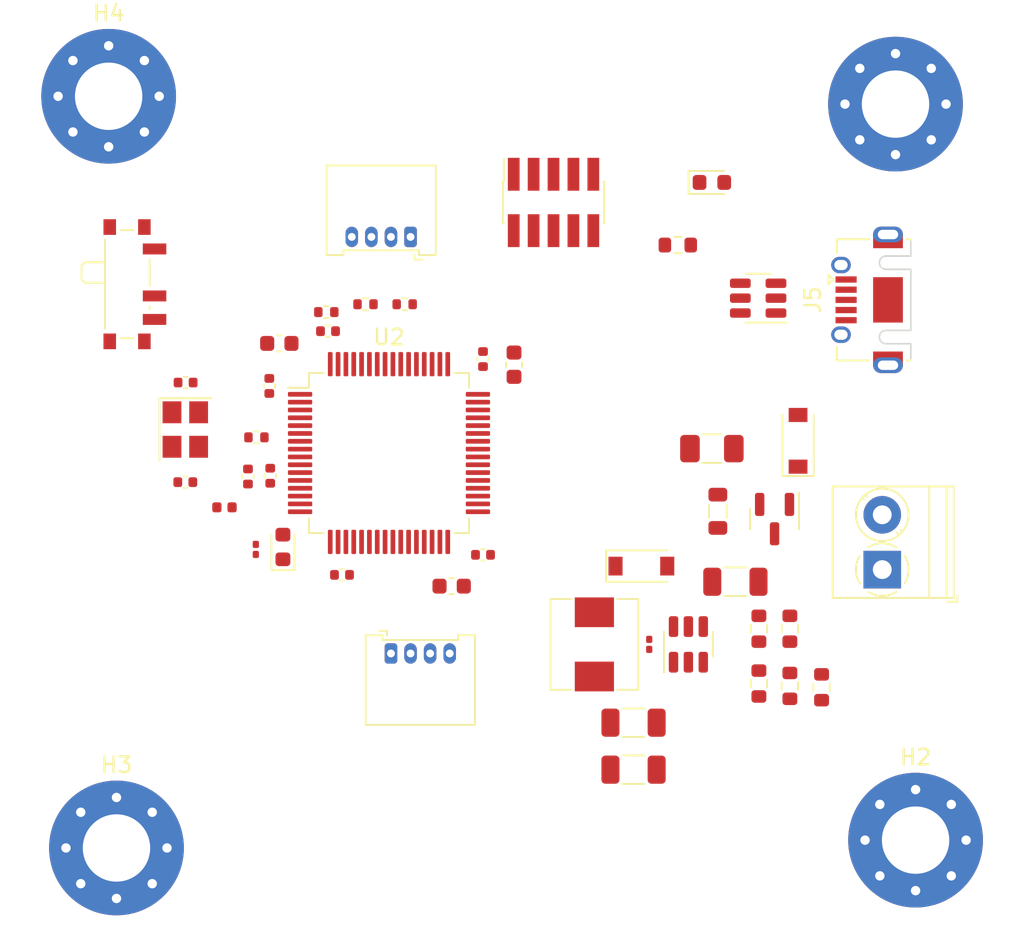
<source format=kicad_pcb>
(kicad_pcb (version 20211014) (generator pcbnew)
  (layers (0 "F.Cu" signal) (1 "In1.Cu" signal) (2 "In2.Cu" signal) (31 "B.Cu" signal) (34 "B.Paste" user) (35 "F.Paste" user) (36 "B.SilkS" user "B.Silkscreen") (37 "F.SilkS" user "F.Silkscreen") (38 "B.Mask" user) (39 "F.Mask" user) (44 "Edge.Cuts" user))
  (net 0 "")
  (net 1 "+12V")
  (net 2 "GND")
  (net 3 "Net-(D3-Pad1)")
  (net 4 "Net-(R4-Pad2)")
  (net 5 "BUCK_FB")
  (net 6 "+3.3V")
  (net 7 "BUCK_EN")
  (net 8 "BUCK_IN")
  (net 9 "I2C1_SCL")
  (net 10 "I2C1_SDA")
  (net 11 "HSE_OUT")
  (net 12 "Net-(C16-Pad1)")
  (net 13 "BOOT0")
  (net 14 "Net-(R7-Pad2)")
  (net 15 "Net-(D4-Pad1)")
  (net 16 "USB_CONN_D-")
  (net 17 "USB_CONN_D+")
  (net 18 "USB_D+")
  (net 19 "+5V")
  (net 20 "USB_D-")
  (net 21 "BUCK_BST")
  (net 22 "BUCK_SW")
  (net 23 "Net-(D1-Pad1)")
  (net 24 "Net-(F1-Pad2)")
  (net 28 "HSE_IN")
  (net 29 "NRST")
  (net 34 "+3.3VA")
  (net 37 "LED_STATUS")
  (net 48 "USART3_TX")
  (net 49 "USART3_RX")
  (net 50 "Net-(C13-Pad1)")
  (net 62 "SWDIO")
  (net 63 "Net-(C14-Pad1)")
  (net 64 "SWCLK")
  (net 70 "SWO")
  (footprint "Capacitor_SMD:C_0402_1005Metric" (layer "F.Cu") (at 83.892164 138.78 90)
    (fp_text reference "C9")
    (fp_text value "100n")
    (fp_line (start -0.107836 -0.36) (end 0.107836 -0.36) (layer "F.SilkS") (width 0.12))
    (fp_line (start -0.107836 0.36) (end 0.107836 0.36) (layer "F.SilkS") (width 0.12))
    (pad "1" smd roundrect (at -0.48 0 90) (size 0.56 0.62) (layers "F.Cu" "F.Paste" "F.Mask") (net 34 "+3.3VA"))
    (pad "2" smd roundrect (at 0.48 0 90) (size 0.56 0.62) (layers "F.Cu" "F.Paste" "F.Mask") (net 2 "GND"))
  )
  (footprint "Capacitor_SMD:C_0402_1005Metric" (layer "F.Cu") (at 64.91 140.28)
    (fp_text reference "C15")
    (fp_text value "12p")
    (fp_line (start -0.107836 0.36) (end 0.107836 0.36) (layer "F.SilkS") (width 0.12))
    (fp_line (start -0.107836 -0.36) (end 0.107836 -0.36) (layer "F.SilkS") (width 0.12))
    (pad "1" smd roundrect (at -0.48 0) (size 0.56 0.62) (layers "F.Cu" "F.Paste" "F.Mask") (net 28 "HSE_IN"))
    (pad "2" smd roundrect (at 0.48 0) (size 0.56 0.62) (layers "F.Cu" "F.Paste" "F.Mask") (net 2 "GND"))
  )
  (footprint "Capacitor_SMD:C_0402_1005Metric" (layer "F.Cu") (at 68.892164 146.28 90)
    (fp_text reference "C11")
    (fp_text value "1u")
    (fp_line (start -0.107836 -0.36) (end 0.107836 -0.36) (layer "F.SilkS") (width 0.12))
    (fp_line (start -0.107836 0.36) (end 0.107836 0.36) (layer "F.SilkS") (width 0.12))
    (pad "1" smd roundrect (at -0.48 0 90) (size 0.56 0.62) (layers "F.Cu" "F.Paste" "F.Mask") (net 34 "+3.3VA"))
    (pad "2" smd roundrect (at 0.48 0 90) (size 0.56 0.62) (layers "F.Cu" "F.Paste" "F.Mask") (net 2 "GND"))
  )
  (footprint "Capacitor_SMD:C_0402_1005Metric" (layer "F.Cu") (at 74 137)
    (fp_text reference "C10")
    (fp_text value "100n")
    (fp_line (start -0.107836 -0.36) (end 0.107836 -0.36) (layer "F.SilkS") (width 0.12))
    (fp_line (start -0.107836 0.36) (end 0.107836 0.36) (layer "F.SilkS") (width 0.12))
    (pad "1" smd roundrect (at -0.48 0) (size 0.56 0.62) (layers "F.Cu" "F.Paste" "F.Mask") (net 34 "+3.3VA"))
    (pad "2" smd roundrect (at 0.48 0) (size 0.56 0.62) (layers "F.Cu" "F.Paste" "F.Mask") (net 2 "GND"))
  )
  (footprint "Connector_Molex:Molex_PicoBlade_53048-0410_1x04_P1.25mm_Horizontal" (layer "F.Cu") (at 78.017164 157.58)
    (fp_text reference "J4")
    (fp_text value "Conn_01x04")
    (fp_line (start -1.61 4.56) (end 1.875 4.56) (layer "F.SilkS") (width 0.12))
    (fp_line (start 1.875 -0.86) (end -0.54 -0.86) (layer "F.SilkS") (width 0.12))
    (fp_line (start -0.54 -1.16) (end -1.61 -1.16) (layer "F.SilkS") (width 0.12))
    (fp_line (start -1.61 -1.16) (end -1.61 4.56) (layer "F.SilkS") (width 0.12))
    (fp_line (start 4.29 -0.86) (end 4.29 -1.16) (layer "F.SilkS") (width 0.12))
    (fp_line (start 5.36 4.56) (end 1.875 4.56) (layer "F.SilkS") (width 0.12))
    (fp_line (start 5.36 -1.16) (end 5.36 4.56) (layer "F.SilkS") (width 0.12))
    (fp_line (start -0.25 -1.15) (end -0.25 -1.45) (layer "F.SilkS") (width 0.12))
    (fp_line (start -0.25 -1.45) (end -0.75 -1.45) (layer "F.SilkS") (width 0.12))
    (fp_line (start 1.875 -0.86) (end 4.29 -0.86) (layer "F.SilkS") (width 0.12))
    (fp_line (start -0.54 -0.86) (end -0.54 -1.16) (layer "F.SilkS") (width 0.12))
    (fp_line (start 4.29 -1.16) (end 5.36 -1.16) (layer "F.SilkS") (width 0.12))
    (pad "1" thru_hole roundrect (at 0 0) (size 0.8 1.3) (drill 0.5) (layers *.Cu *.Mask) (net 6 "+3.3V"))
    (pad "2" thru_hole oval (at 1.25 0) (size 0.8 1.3) (drill 0.5) (layers *.Cu *.Mask) (net 48 "USART3_TX"))
    (pad "3" thru_hole oval (at 2.5 0) (size 0.8 1.3) (drill 0.5) (layers *.Cu *.Mask) (net 49 "USART3_RX"))
    (pad "4" thru_hole oval (at 3.75 0) (size 0.8 1.3) (drill 0.5) (layers *.Cu *.Mask) (net 2 "GND"))
  )
  (footprint "Resistor_SMD:R_0603_1608Metric" (layer "F.Cu") (at 101.5 156 -90)
    (fp_text reference "R1")
    (fp_text value "100k")
    (fp_line (start -0.237258 -0.5225) (end 0.237258 -0.5225) (layer "F.SilkS") (width 0.12))
    (fp_line (start -0.237258 0.5225) (end 0.237258 0.5225) (layer "F.SilkS") (width 0.12))
    (pad "1" smd roundrect (at -0.825 0 270) (size 0.8 0.95) (layers "F.Cu" "F.Paste" "F.Mask") (net 8 "BUCK_IN"))
    (pad "2" smd roundrect (at 0.825 0 270) (size 0.8 0.95) (layers "F.Cu" "F.Paste" "F.Mask") (net 7 "BUCK_EN"))
  )
  (footprint "Capacitor_SMD:C_0402_1005Metric" (layer "F.Cu") (at 64.892164 146.64 180)
    (fp_text reference "C16")
    (fp_text value "12p")
    (fp_line (start -0.107836 0.36) (end 0.107836 0.36) (layer "F.SilkS") (width 0.12))
    (fp_line (start -0.107836 -0.36) (end 0.107836 -0.36) (layer "F.SilkS") (width 0.12))
    (pad "1" smd roundrect (at -0.48 0 180) (size 0.56 0.62) (layers "F.Cu" "F.Paste" "F.Mask") (net 12 "Net-(C16-Pad1)"))
    (pad "2" smd roundrect (at 0.48 0 180) (size 0.56 0.62) (layers "F.Cu" "F.Paste" "F.Mask") (net 2 "GND"))
  )
  (footprint "Capacitor_SMD:C_0402_1005Metric" (layer "F.Cu") (at 70.252164 140.495672 90)
    (fp_text reference "C6")
    (fp_text value "100n")
    (fp_line (start -0.107836 -0.36) (end 0.107836 -0.36) (layer "F.SilkS") (width 0.12))
    (fp_line (start -0.107836 0.36) (end 0.107836 0.36) (layer "F.SilkS") (width 0.12))
    (pad "1" smd roundrect (at -0.48 0 90) (size 0.56 0.62) (layers "F.Cu" "F.Paste" "F.Mask") (net 34 "+3.3VA"))
    (pad "2" smd roundrect (at 0.48 0 90) (size 0.56 0.62) (layers "F.Cu" "F.Paste" "F.Mask") (net 2 "GND"))
  )
  (footprint "LED_SMD:LED_0603_1608Metric" (layer "F.Cu") (at 71.122164 150.78 90)
    (fp_text reference "D4")
    (fp_text value "BLUE")
    (fp_line (start 0.8 -0.735) (end -1.485 -0.735) (layer "F.SilkS") (width 0.12))
    (fp_line (start -1.485 -0.735) (end -1.485 0.735) (layer "F.SilkS") (width 0.12))
    (fp_line (start -1.485 0.735) (end 0.8 0.735) (layer "F.SilkS") (width 0.12))
    (pad "1" smd roundrect (at -0.7875 0 90) (size 0.875 0.95) (layers "F.Cu" "F.Paste" "F.Mask") (net 15 "Net-(D4-Pad1)"))
    (pad "2" smd roundrect (at 0.7875 0 90) (size 0.875 0.95) (layers "F.Cu" "F.Paste" "F.Mask") (net 37 "LED_STATUS"))
  )
  (footprint "Capacitor_SMD:C_1206_3216Metric" (layer "F.Cu") (at 93.5 165)
    (fp_text reference "C3")
    (fp_text value "10u")
    (fp_line (start -0.711252 -0.91) (end 0.711252 -0.91) (layer "F.SilkS") (width 0.12))
    (fp_line (start -0.711252 0.91) (end 0.711252 0.91) (layer "F.SilkS") (width 0.12))
    (pad "1" smd roundrect (at -1.475 0) (size 1.15 1.8) (layers "F.Cu" "F.Paste" "F.Mask") (roundrect_rratio 0.217391) (net 6 "+3.3V"))
    (pad "2" smd roundrect (at 1.475 0) (size 1.15 1.8) (layers "F.Cu" "F.Paste" "F.Mask") (roundrect_rratio 0.217391) (net 2 "GND"))
  )
  (footprint "Connector_Molex:Molex_PicoBlade_53048-0410_1x04_P1.25mm_Horizontal" (layer "F.Cu") (at 79.267164 130.98 180)
    (fp_text reference "J3")
    (fp_text value "Conn_01x04")
    (fp_line (start -0.25 -1.45) (end -0.75 -1.45) (layer "F.SilkS") (width 0.12))
    (fp_line (start -1.61 -1.16) (end -1.61 4.56) (layer "F.SilkS") (width 0.12))
    (fp_line (start 4.29 -1.16) (end 5.36 -1.16) (layer "F.SilkS") (width 0.12))
    (fp_line (start -0.54 -1.16) (end -1.61 -1.16) (layer "F.SilkS") (width 0.12))
    (fp_line (start 1.875 -0.86) (end 4.29 -0.86) (layer "F.SilkS") (width 0.12))
    (fp_line (start -1.61 4.56) (end 1.875 4.56) (layer "F.SilkS") (width 0.12))
    (fp_line (start 5.36 4.56) (end 1.875 4.56) (layer "F.SilkS") (width 0.12))
    (fp_line (start 5.36 -1.16) (end 5.36 4.56) (layer "F.SilkS") (width 0.12))
    (fp_line (start 1.875 -0.86) (end -0.54 -0.86) (layer "F.SilkS") (width 0.12))
    (fp_line (start -0.54 -0.86) (end -0.54 -1.16) (layer "F.SilkS") (width 0.12))
    (fp_line (start 4.29 -0.86) (end 4.29 -1.16) (layer "F.SilkS") (width 0.12))
    (fp_line (start -0.25 -1.15) (end -0.25 -1.45) (layer "F.SilkS") (width 0.12))
    (pad "1" thru_hole roundrect (at 0 0 180) (size 0.8 1.3) (drill 0.5) (layers *.Cu *.Mask) (net 6 "+3.3V"))
    (pad "2" thru_hole oval (at 1.25 0 180) (size 0.8 1.3) (drill 0.5) (layers *.Cu *.Mask) (net 9 "I2C1_SCL"))
    (pad "3" thru_hole oval (at 2.5 0 180) (size 0.8 1.3) (drill 0.5) (layers *.Cu *.Mask) (net 10 "I2C1_SDA"))
    (pad "4" thru_hole oval (at 3.75 0 180) (size 0.8 1.3) (drill 0.5) (layers *.Cu *.Mask) (net 2 "GND"))
  )
  (footprint "Package_TO_SOT_SMD:SOT-23-6" (layer "F.Cu") (at 101.4525 134.89 180)
    (fp_text reference "U3")
    (fp_text value "USBLC6-2SC6")
    (fp_line (start 0 1.56) (end -0.8 1.56) (layer "F.SilkS") (width 0.12))
    (fp_line (start 0 1.56) (end 0.8 1.56) (layer "F.SilkS") (width 0.12))
    (fp_line (start 0 -1.56) (end 0.8 -1.56) (layer "F.SilkS") (width 0.12))
    (fp_line (start 0 -1.56) (end -1.8 -1.56) (layer "F.SilkS") (width 0.12))
    (pad "1" smd roundrect (at -1.1375 -0.95 180) (size 1.325 0.6) (layers "F.Cu" "F.Paste" "F.Mask") (net 16 "USB_CONN_D-"))
    (pad "2" smd roundrect (at -1.1375 0 180) (size 1.325 0.6) (layers "F.Cu" "F.Paste" "F.Mask") (net 2 "GND"))
    (pad "3" smd roundrect (at -1.1375 0.95 180) (size 1.325 0.6) (layers "F.Cu" "F.Paste" "F.Mask") (net 17 "USB_CONN_D+"))
    (pad "4" smd roundrect (at 1.1375 0.95 180) (size 1.325 0.6) (layers "F.Cu" "F.Paste" "F.Mask") (net 18 "USB_D+"))
    (pad "5" smd roundrect (at 1.1375 0 180) (size 1.325 0.6) (layers "F.Cu" "F.Paste" "F.Mask") (net 19 "+5V"))
    (pad "6" smd roundrect (at 1.1375 -0.95 180) (size 1.325 0.6) (layers "F.Cu" "F.Paste" "F.Mask") (net 20 "USB_D-"))
  )
  (footprint "Resistor_SMD:R_0402_1005Metric" (layer "F.Cu") (at 69.431241 143.78 180)
    (fp_text reference "R8")
    (fp_text value "47")
    (fp_line (start -0.153641 -0.38) (end 0.153641 -0.38) (layer "F.SilkS") (width 0.12))
    (fp_line (start -0.153641 0.38) (end 0.153641 0.38) (layer "F.SilkS") (width 0.12))
    (pad "1" smd roundrect (at -0.51 0 180) (size 0.54 0.64) (layers "F.Cu" "F.Paste" "F.Mask") (net 11 "HSE_OUT"))
    (pad "2" smd roundrect (at 0.51 0 180) (size 0.54 0.64) (layers "F.Cu" "F.Paste" "F.Mask") (net 12 "Net-(C16-Pad1)"))
  )
  (footprint "Connector_PinSocket_1.27mm:PinSocket_2x05_P1.27mm_Vertical_SMD" (layer "F.Cu") (at 88.392164 128.78 90)
    (fp_text reference "J2")
    (fp_text value "SWD")
    (fp_line (start 1.33 3.175) (end 1.33 3.235) (layer "F.SilkS") (width 0.12))
    (fp_line (start -1.33 3.175) (end -1.33 3.235) (layer "F.SilkS") (width 0.12))
    (fp_line (start -1.33 3.235) (end 1.33 3.235) (layer "F.SilkS") (width 0.12))
    (fp_line (start 1.33 -3.235) (end 1.33 -3.175) (layer "F.SilkS") (width 0.12))
    (fp_line (start 1.33 -3.175) (end 2.79 -3.175) (layer "F.SilkS") (width 0.12))
    (fp_line (start -1.33 -3.235) (end 1.33 -3.235) (layer "F.SilkS") (width 0.12))
    (fp_line (start -1.33 -3.235) (end -1.33 -3.175) (layer "F.SilkS") (width 0.12))
    (pad "1" smd rect (at 1.8 -2.54 90) (size 2.1 0.75) (layers "F.Cu" "F.Paste" "F.Mask") (net 6 "+3.3V"))
    (pad "2" smd rect (at -1.8 -2.54 90) (size 2.1 0.75) (layers "F.Cu" "F.Paste" "F.Mask") (net 62 "SWDIO"))
    (pad "3" smd rect (at 1.8 -1.27 90) (size 2.1 0.75) (layers "F.Cu" "F.Paste" "F.Mask") (net 2 "GND"))
    (pad "4" smd rect (at -1.8 -1.27 90) (size 2.1 0.75) (layers "F.Cu" "F.Paste" "F.Mask") (net 64 "SWCLK"))
    (pad "5" smd rect (at 1.8 0 90) (size 2.1 0.75) (layers "F.Cu" "F.Paste" "F.Mask") (net 2 "GND"))
    (pad "6" smd rect (at -1.8 0 90) (size 2.1 0.75) (layers "F.Cu" "F.Paste" "F.Mask") (net 70 "SWO"))
    (pad "7" smd rect (at 1.8 1.27 90) (size 2.1 0.75) (layers "F.Cu" "F.Paste" "F.Mask"))
    (pad "8" smd rect (at -1.8 1.27 90) (size 2.1 0.75) (layers "F.Cu" "F.Paste" "F.Mask"))
    (pad "9" smd rect (at 1.8 2.54 90) (size 2.1 0.75) (layers "F.Cu" "F.Paste" "F.Mask") (net 2 "GND"))
    (pad "10" smd rect (at -1.8 2.54 90) (size 2.1 0.75) (layers "F.Cu" "F.Paste" "F.Mask") (net 29 "NRST"))
  )
  (footprint "Capacitor_SMD:C_1206_3216Metric" (layer "F.Cu") (at 93.5 162)
    (fp_text reference "C2")
    (fp_text value "10u")
    (fp_line (start -0.711252 -0.91) (end 0.711252 -0.91) (layer "F.SilkS") (width 0.12))
    (fp_line (start -0.711252 0.91) (end 0.711252 0.91) (layer "F.SilkS") (width 0.12))
    (pad "1" smd roundrect (at -1.475 0) (size 1.15 1.8) (layers "F.Cu" "F.Paste" "F.Mask") (roundrect_rratio 0.217391) (net 6 "+3.3V"))
    (pad "2" smd roundrect (at 1.475 0) (size 1.15 1.8) (layers "F.Cu" "F.Paste" "F.Mask") (roundrect_rratio 0.217391) (net 2 "GND"))
  )
  (footprint "Package_TO_SOT_SMD:SOT-23" (layer "F.Cu") (at 102.5 149 -90)
    (fp_text reference "Q1")
    (fp_text value "AO3401A")
    (fp_line (start 0 1.56) (end -0.65 1.56) (layer "F.SilkS") (width 0.12))
    (fp_line (start 0 -1.56) (end -1.675 -1.56) (layer "F.SilkS") (width 0.12))
    (fp_line (start 0 -1.56) (end 0.65 -1.56) (layer "F.SilkS") (width 0.12))
    (fp_line (start 0 1.56) (end 0.65 1.56) (layer "F.SilkS") (width 0.12))
    (pad "1" smd roundrect (at -0.9375 -0.95 270) (size 1.475 0.6) (layers "F.Cu" "F.Paste" "F.Mask") (net 2 "GND"))
    (pad "2" smd roundrect (at -0.9375 0.95 270) (size 1.475 0.6) (layers "F.Cu" "F.Paste" "F.Mask") (net 23 "Net-(D1-Pad1)"))
    (pad "3" smd roundrect (at 0.9375 0 270) (size 1.475 0.6) (layers "F.Cu" "F.Paste" "F.Mask") (net 1 "+12V"))
  )
  (footprint "Capacitor_SMD:C_1206_3216Metric" (layer "F.Cu") (at 100 153)
    (fp_text reference "C1")
    (fp_text value "10u")
    (fp_line (start -0.711252 -0.91) (end 0.711252 -0.91) (layer "F.SilkS") (width 0.12))
    (fp_line (start -0.711252 0.91) (end 0.711252 0.91) (layer "F.SilkS") (width 0.12))
    (pad "1" smd roundrect (at -1.475 0) (size 1.15 1.8) (layers "F.Cu" "F.Paste" "F.Mask") (roundrect_rratio 0.217391) (net 8 "BUCK_IN"))
    (pad "2" smd roundrect (at 1.475 0) (size 1.15 1.8) (layers "F.Cu" "F.Paste" "F.Mask") (roundrect_rratio 0.217391) (net 2 "GND"))
  )
  (footprint "Capacitor_SMD:C_0201_0603Metric" (layer "F.Cu") (at 94.5 157 -90)
    (fp_text reference "C4")
    (fp_text value "10n")
    (pad "1" smd roundrect (at -0.32 0 270) (size 0.46 0.4) (layers "F.Cu" "F.Mask") (net 22 "BUCK_SW"))
    (pad "2" smd roundrect (at 0.32 0 270) (size 0.46 0.4) (layers "F.Cu" "F.Mask") (net 21 "BUCK_BST"))
  )
  (footprint "Resistor_SMD:R_0402_1005Metric" (layer "F.Cu") (at 76.392164 135.28)
    (fp_text reference "R11")
    (fp_text value "2k2")
    (fp_line (start -0.153641 -0.38) (end 0.153641 -0.38) (layer "F.SilkS") (width 0.12))
    (fp_line (start -0.153641 0.38) (end 0.153641 0.38) (layer "F.SilkS") (width 0.12))
    (pad "1" smd roundrect (at -0.51 0) (size 0.54 0.64) (layers "F.Cu" "F.Paste" "F.Mask") (net 6 "+3.3V"))
    (pad "2" smd roundrect (at 0.51 0) (size 0.54 0.64) (layers "F.Cu" "F.Paste" "F.Mask") (net 10 "I2C1_SDA"))
  )
  (footprint "Capacitor_SMD:C_0402_1005Metric" (layer "F.Cu") (at 83.892164 151.28)
    (fp_text reference "C8")
    (fp_text value "100n")
    (fp_line (start -0.107836 -0.36) (end 0.107836 -0.36) (layer "F.SilkS") (width 0.12))
    (fp_line (start -0.107836 0.36) (end 0.107836 0.36) (layer "F.SilkS") (width 0.12))
    (pad "1" smd roundrect (at -0.48 0) (size 0.56 0.62) (layers "F.Cu" "F.Paste" "F.Mask") (net 34 "+3.3VA"))
    (pad "2" smd roundrect (at 0.48 0) (size 0.56 0.62) (layers "F.Cu" "F.Paste" "F.Mask") (net 2 "GND"))
  )
  (footprint "MountingHole:MountingHole_4.3mm_M4_Pad_Via" (layer "F.Cu") (at 111.5 169.5)
    (fp_text reference "H2" (at 0 -5.3) (layer "F.SilkS"))
    (fp_text value "MountingHole_Pad")
    (pad "1" thru_hole circle (at 2.280419 -2.280419) (size 0.9 0.9) (drill 0.6) (layers *.Cu *.Mask) (net 2 "GND"))
    (pad "1" thru_hole circle (at -2.280419 -2.280419) (size 0.9 0.9) (drill 0.6) (layers *.Cu *.Mask) (net 2 "GND"))
    (pad "1" thru_hole circle (at 3.225 0) (size 0.9 0.9) (drill 0.6) (layers *.Cu *.Mask) (net 2 "GND"))
    (pad "1" thru_hole circle (at 2.280419 2.280419) (size 0.9 0.9) (drill 0.6) (layers *.Cu *.Mask) (net 2 "GND"))
    (pad "1" thru_hole circle (at 0 0) (size 8.6 8.6) (drill 4.3) (layers *.Cu *.Mask) (net 2 "GND"))
    (pad "1" thru_hole circle (at 0 3.225) (size 0.9 0.9) (drill 0.6) (layers *.Cu *.Mask) (net 2 "GND"))
    (pad "1" thru_hole circle (at -2.280419 2.280419) (size 0.9 0.9) (drill 0.6) (layers *.Cu *.Mask) (net 2 "GND"))
    (pad "1" thru_hole circle (at -3.225 0) (size 0.9 0.9) (drill 0.6) (layers *.Cu *.Mask) (net 2 "GND"))
    (pad "1" thru_hole circle (at 0 -3.225) (size 0.9 0.9) (drill 0.6) (layers *.Cu *.Mask) (net 2 "GND"))
  )
  (footprint "Package_QFP:LQFP-64_10x10mm_P0.5mm" (layer "F.Cu") (at 77.892164 144.78)
    (fp_text reference "U2" (at 0 -7.4) (layer "F.SilkS"))
    (fp_text value "STM32F405RGT6")
    (fp_line (start -4.16 5.11) (end -5.11 5.11) (layer "F.SilkS") (width 0.12))
    (fp_line (start 4.16 5.11) (end 5.11 5.11) (layer "F.SilkS") (width 0.12))
    (fp_line (start 5.11 5.11) (end 5.11 4.16) (layer "F.SilkS") (width 0.12))
    (fp_line (start -5.11 -4.16) (end -6.45 -4.16) (layer "F.SilkS") (width 0.12))
    (fp_line (start 5.11 -5.11) (end 5.11 -4.16) (layer "F.SilkS") (width 0.12))
    (fp_line (start -4.16 -5.11) (end -5.11 -5.11) (layer "F.SilkS") (width 0.12))
    (fp_line (start -5.11 -5.11) (end -5.11 -4.16) (layer "F.SilkS") (width 0.12))
    (fp_line (start -5.11 5.11) (end -5.11 4.16) (layer "F.SilkS") (width 0.12))
    (fp_line (start 4.16 -5.11) (end 5.11 -5.11) (layer "F.SilkS") (width 0.12))
    (pad "1" smd roundrect (at -5.675 -3.75) (size 1.55 0.3) (layers "F.Cu" "F.Paste" "F.Mask") (net 6 "+3.3V"))
    (pad "2" smd roundrect (at -5.675 -3.25) (size 1.55 0.3) (layers "F.Cu" "F.Paste" "F.Mask"))
    (pad "3" smd roundrect (at -5.675 -2.75) (size 1.55 0.3) (layers "F.Cu" "F.Paste" "F.Mask"))
    (pad "4" smd roundrect (at -5.675 -2.25) (size 1.55 0.3) (layers "F.Cu" "F.Paste" "F.Mask"))
    (pad "5" smd roundrect (at -5.675 -1.75) (size 1.55 0.3) (layers "F.Cu" "F.Paste" "F.Mask") (net 28 "HSE_IN"))
    (pad "6" smd roundrect (at -5.675 -1.25) (size 1.55 0.3) (layers "F.Cu" "F.Paste" "F.Mask") (net 11 "HSE_OUT"))
    (pad "7" smd roundrect (at -5.675 -0.75) (size 1.55 0.3) (layers "F.Cu" "F.Paste" "F.Mask") (net 29 "NRST"))
    (pad "8" smd roundrect (at -5.675 -0.25) (size 1.55 0.3) (layers "F.Cu" "F.Paste" "F.Mask"))
    (pad "9" smd roundrect (at -5.675 0.25) (size 1.55 0.3) (layers "F.Cu" "F.Paste" "F.Mask"))
    (pad "10" smd roundrect (at -5.675 0.75) (size 1.55 0.3) (layers "F.Cu" "F.Paste" "F.Mask"))
    (pad "11" smd roundrect (at -5.675 1.25) (size 1.55 0.3) (layers "F.Cu" "F.Paste" "F.Mask"))
    (pad "12" smd roundrect (at -5.675 1.75) (size 1.55 0.3) (layers "F.Cu" "F.Paste" "F.Mask") (net 2 "GND"))
    (pad "13" smd roundrect (at -5.675 2.25) (size 1.55 0.3) (layers "F.Cu" "F.Paste" "F.Mask") (net 34 "+3.3VA"))
    (pad "14" smd roundrect (at -5.675 2.75) (size 1.55 0.3) (layers "F.Cu" "F.Paste" "F.Mask"))
    (pad "15" smd roundrect (at -5.675 3.25) (size 1.55 0.3) (layers "F.Cu" "F.Paste" "F.Mask"))
    (pad "16" smd roundrect (at -5.675 3.75) (size 1.55 0.3) (layers "F.Cu" "F.Paste" "F.Mask") (net 37 "LED_STATUS"))
    (pad "17" smd roundrect (at -3.75 5.675) (size 0.3 1.55) (layers "F.Cu" "F.Paste" "F.Mask"))
    (pad "18" smd roundrect (at -3.25 5.675) (size 0.3 1.55) (layers "F.Cu" "F.Paste" "F.Mask") (net 2 "GND"))
    (pad "19" smd roundrect (at -2.75 5.675) (size 0.3 1.55) (layers "F.Cu" "F.Paste" "F.Mask") (net 6 "+3.3V"))
    (pad "20" smd roundrect (at -2.25 5.675) (size 0.3 1.55) (layers "F.Cu" "F.Paste" "F.Mask"))
    (pad "21" smd roundrect (at -1.75 5.675) (size 0.3 1.55) (layers "F.Cu" "F.Paste" "F.Mask"))
    (pad "22" smd roundrect (at -1.25 5.675) (size 0.3 1.55) (layers "F.Cu" "F.Paste" "F.Mask"))
    (pad "23" smd roundrect (at -0.75 5.675) (size 0.3 1.55) (layers "F.Cu" "F.Paste" "F.Mask"))
    (pad "24" smd roundrect (at -0.25 5.675) (size 0.3 1.55) (layers "F.Cu" "F.Paste" "F.Mask"))
    (pad "25" smd roundrect (at 0.25 5.675) (size 0.3 1.55) (layers "F.Cu" "F.Paste" "F.Mask"))
    (pad "26" smd roundrect (at 0.75 5.675) (size 0.3 1.55) (layers "F.Cu" "F.Paste" "F.Mask"))
    (pad "27" smd roundrect (at 1.25 5.675) (size 0.3 1.55) (layers "F.Cu" "F.Paste" "F.Mask"))
    (pad "28" smd roundrect (at 1.75 5.675) (size 0.3 1.55) (layers "F.Cu" "F.Paste" "F.Mask"))
    (pad "29" smd roundrect (at 2.25 5.675) (size 0.3 1.55) (layers "F.Cu" "F.Paste" "F.Mask") (net 48 "USART3_TX"))
    (pad "30" smd roundrect (at 2.75 5.675) (size 0.3 1.55) (layers "F.Cu" "F.Paste" "F.Mask") (net 49 "USART3_RX"))
    (pad "31" smd roundrect (at 3.25 5.675) (size 0.3 1.55) (layers "F.Cu" "F.Paste" "F.Mask") (net 50 "Net-(C13-Pad1)"))
    (pad "32" smd roundrect (at 3.75 5.675) (size 0.3 1.55) (layers "F.Cu" "F.Paste" "F.Mask") (net 6 "+3.3V"))
    (pad "33" smd roundrect (at 5.675 3.75) (size 1.55 0.3) (layers "F.Cu" "F.Paste" "F.Mask"))
    (pad "34" smd roundrect (at 5.675 3.25) (size 1.55 0.3) (layers "F.Cu" "F.Paste" "F.Mask"))
    (pad "35" smd roundrect (at 5.675 2.75) (size 1.55 0.3) (layers "F.Cu" "F.Paste" "F.Mask"))
    (pad "36" smd roundrect (at 5.675 2.25) (size 1.55 0.3) (layers "F.Cu" "F.Paste" "F.Mask"))
    (pad "37" smd roundrect (at 5.675 1.75) (size 1.55 0.3) (layers "F.Cu" "F.Paste" "F.Mask"))
    (pad "38" smd roundrect (at 5.675 1.25) (size 1.55 0.3) (layers "F.Cu" "F.Paste" "F.Mask"))
    (pad "39" smd roundrect (at 5.675 0.75) (size 1.55 0.3) (layers "F.Cu" "F.Paste" "F.Mask"))
    (pad "40" smd roundrect (at 5.675 0.25) (size 1.55 0.3) (layers "F.Cu" "F.Paste" "F.Mask"))
    (pad "41" smd roundrect (at 5.675 -0.25) (size 1.55 0.3) (layers "F.Cu" "F.Paste" "F.Mask"))
    (pad "42" smd roundrect (at 5.675 -0.75) (size 1.55 0.3) (layers "F.Cu" "F.Paste" "F.Mask"))
    (pad "43" smd roundrect (at 5.675 -1.25) (size 1.55 0.3) (layers "F.Cu" "F.Paste" "F.Mask"))
    (pad "44" smd roundrect (at 5.675 -1.75) (size 1.55 0.3) (layers "F.Cu" "F.Paste" "F.Mask") (net 20 "USB_D-"))
    (pad "45" smd roundrect (at 5.675 -2.25) (size 1.55 0.3) (layers "F.Cu" "F.Paste" "F.Mask") (net 18 "USB_D+"))
    (pad "46" smd roundrect (at 5.675 -2.75) (size 1.55 0.3) (layers "F.Cu" "F.Paste" "F.Mask") (net 62 "SWDIO"))
    (pad "47" smd roundrect (at 5.675 -3.25) (size 1.55 0.3) (layers "F.Cu" "F.Paste" "F.Mask") (net 63 "Net-(C14-Pad1)"))
    (pad "48" smd roundrect (at 5.675 -3.75) (size 1.55 0.3) (layers "F.Cu" "F.Paste" "F.Mask") (net 6 "+3.3V"))
    (pad "49" smd roundrect (at 3.75 -5.675) (size 0.3 1.55) (layers "F.Cu" "F.Paste" "F.Mask") (net 64 "SWCLK"))
    (pad "50" smd roundrect (at 3.25 -5.675) (size 0.3 1.55) (layers "F.Cu" "F.Paste" "F.Mask"))
    (pad "51" smd roundrect (at 2.75 -5.675) (size 0.3 1.55) (layers "F.Cu" "F.Paste" "F.Mask"))
    (pad "52" smd roundrect (at 2.25 -5.675) (size 0.3 1.55) (layers "F.Cu" "F.Paste" "F.Mask"))
    (pad "53" smd roundrect (at 1.75 -5.675) (size 0.3 1.55) (layers "F.Cu" "F.Paste" "F.Mask"))
    (pad "54" smd roundrect (at 1.25 -5.675) (size 0.3 1.55) (layers "F.Cu" "F.Paste" "F.Mask"))
    (pad "55" smd roundrect (at 0.75 -5.675) (size 0.3 1.55) (layers "F.Cu" "F.Paste" "F.Mask") (net 70 "SWO"))
    (pad "56" smd roundrect (at 0.25 -5.675) (size 0.3 1.55) (layers "F.Cu" "F.Paste" "F.Mask"))
    (pad "57" smd roundrect (at -0.25 -5.675) (size 0.3 1.55) (layers "F.Cu" "F.Paste" "F.Mask"))
    (pad "58" smd roundrect (at -0.75 -5.675) (size 0.3 1.55) (layers "F.Cu" "F.Paste" "F.Mask") (net 9 "I2C1_SCL"))
    (pad "59" smd roundrect (at -1.25 -5.675) (size 0.3 1.55) (layers "F.Cu" "F.Paste" "F.Mask") (net 10 "I2C1_SDA"))
    (pad "60" smd roundrect (at -1.75 -5.675) (size 0.3 1.55) (layers "F.Cu" "F.Paste" "F.Mask") (net 13 "BOOT0"))
    (pad "61" smd roundrect (at -2.25 -5.675) (size 0.3 1.55) (layers "F.Cu" "F.Paste" "F.Mask"))
    (pad "62" smd roundrect (at -2.75 -5.675) (size 0.3 1.55) (layers "F.Cu" "F.Paste" "F.Mask"))
    (pad "63" smd roundrect (at -3.25 -5.675) (size 0.3 1.55) (layers "F.Cu" "F.Paste" "F.Mask") (net 2 "GND"))
    (pad "64" smd roundrect (at -3.75 -5.675) (size 0.3 1.55) (layers "F.Cu" "F.Paste" "F.Mask") (net 6 "+3.3V"))
  )
  (footprint "Inductor_SMD:L_Sunlord_MWSA05xxS" (layer "F.Cu") (at 91 157 -90)
    (fp_text reference "L1")
    (fp_text value "10u")
    (fp_line (start -2.9 -2.8) (end -2.9 -1.45) (layer "F.SilkS") (width 0.12))
    (fp_line (start -2.9 2.8) (end 2.9 2.8) (layer "F.SilkS") (width 0.12))
    (fp_line (start 2.9 2.8) (end 2.9 1.45) (layer "F.SilkS") (width 0.12))
    (fp_line (start 2.9 -2.8) (end 2.9 -1.45) (layer "F.SilkS") (width 0.12))
    (fp_line (start -2.9 2.8) (end -2.9 1.45) (layer "F.SilkS") (width 0.12))
    (fp_line (start -2.9 -2.8) (end 2.9 -2.8) (layer "F.SilkS") (width 0.12))
    (pad "1" smd rect locked (at -2.05 0 270) (size 1.9 2.5) (layers "F.Cu" "F.Paste" "F.Mask") (net 22 "BUCK_SW"))
    (pad "2" smd rect locked (at 2.05 0 270) (size 1.9 2.5) (layers "F.Cu" "F.Paste" "F.Mask") (net 6 "+3.3V"))
  )
  (footprint "Crystal:Crystal_SMD_3225-4Pin_3.2x2.5mm" (layer "F.Cu") (at 64.892164 143.28 -90)
    (fp_text reference "Y1")
    (fp_text value "16MHz")
    (fp_line (start -2 1.65) (end 2 1.65) (layer "F.SilkS") (width 0.12))
    (fp_line (start -2 -1.65) (end -2 1.65) (layer "F.SilkS") (width 0.12))
    (pad "1" smd rect (at -1.1 0.85 270) (size 1.4 1.2) (layers "F.Cu" "F.Paste" "F.Mask") (net 28 "HSE_IN"))
    (pad "2" smd rect (at 1.1 0.85 270) (size 1.4 1.2) (layers "F.Cu" "F.Paste" "F.Mask") (net 2 "GND"))
    (pad "3" smd rect (at 1.1 -0.85 270) (size 1.4 1.2) (layers "F.Cu" "F.Paste" "F.Mask") (net 12 "Net-(C16-Pad1)"))
    (pad "4" smd rect (at -1.1 -0.85 270) (size 1.4 1.2) (layers "F.Cu" "F.Paste" "F.Mask") (net 2 "GND"))
  )
  (footprint "MountingHole:MountingHole_4.3mm_M4_Pad_Via" (layer "F.Cu") (at 60.5 170)
    (fp_text reference "H3" (at 0 -5.3) (layer "F.SilkS"))
    (fp_text value "MountingHole_Pad")
    (pad "1" thru_hole circle (at 0 -3.225) (size 0.9 0.9) (drill 0.6) (layers *.Cu *.Mask) (net 2 "GND"))
    (pad "1" thru_hole circle (at -2.280419 -2.280419) (size 0.9 0.9) (drill 0.6) (layers *.Cu *.Mask) (net 2 "GND"))
    (pad "1" thru_hole circle (at -3.225 0) (size 0.9 0.9) (drill 0.6) (layers *.Cu *.Mask) (net 2 "GND"))
    (pad "1" thru_hole circle (at -2.280419 2.280419) (size 0.9 0.9) (drill 0.6) (layers *.Cu *.Mask) (net 2 "GND"))
    (pad "1" thru_hole circle (at 0 0) (size 8.6 8.6) (drill 4.3) (layers *.Cu *.Mask) (net 2 "GND"))
    (pad "1" thru_hole circle (at 2.280419 -2.280419) (size 0.9 0.9) (drill 0.6) (layers *.Cu *.Mask) (net 2 "GND"))
    (pad "1" thru_hole circle (at 3.225 0) (size 0.9 0.9) (drill 0.6) (layers *.Cu *.Mask) (net 2 "GND"))
    (pad "1" thru_hole circle (at 2.280419 2.280419) (size 0.9 0.9) (drill 0.6) (layers *.Cu *.Mask) (net 2 "GND"))
    (pad "1" thru_hole circle (at 0 3.225) (size 0.9 0.9) (drill 0.6) (layers *.Cu *.Mask) (net 2 "GND"))
  )
  (footprint "Package_TO_SOT_SMD:SOT-23-6" (layer "F.Cu") (at 97 157 90)
    (fp_text reference "U1")
    (fp_text value "MP2359DJ-LF-Z")
    (fp_line (start 0 -1.56) (end -1.8 -1.56) (layer "F.SilkS") (width 0.12))
    (fp_line (start 0 1.56) (end -0.8 1.56) (layer "F.SilkS") (width 0.12))
    (fp_line (start 0 -1.56) (end 0.8 -1.56) (layer "F.SilkS") (width 0.12))
    (fp_line (start 0 1.56) (end 0.8 1.56) (layer "F.SilkS") (width 0.12))
    (pad "1" smd roundrect (at -1.1375 -0.95 90) (size 1.325 0.6) (layers "F.Cu" "F.Paste" "F.Mask") (net 21 "BUCK_BST"))
    (pad "2" smd roundrect (at -1.1375 0 90) (size 1.325 0.6) (layers "F.Cu" "F.Paste" "F.Mask") (net 2 "GND"))
    (pad "3" smd roundrect (at -1.1375 0.95 90) (size 1.325 0.6) (layers "F.Cu" "F.Paste" "F.Mask") (net 5 "BUCK_FB"))
    (pad "4" smd roundrect (at 1.1375 0.95 90) (size 1.325 0.6) (layers "F.Cu" "F.Paste" "F.Mask") (net 7 "BUCK_EN"))
    (pad "5" smd roundrect (at 1.1375 0 90) (size 1.325 0.6) (layers "F.Cu" "F.Paste" "F.Mask") (net 8 "BUCK_IN"))
    (pad "6" smd roundrect (at 1.1375 -0.95 90) (size 1.325 0.6) (layers "F.Cu" "F.Paste" "F.Mask") (net 22 "BUCK_SW"))
  )
  (footprint "Capacitor_SMD:C_0603_1608Metric" (layer "F.Cu") (at 70.892164 137.78)
    (fp_text reference "C5")
    (fp_text value "4u7")
    (fp_line (start -0.14058 0.51) (end 0.14058 0.51) (layer "F.SilkS") (width 0.12))
    (fp_line (start -0.14058 -0.51) (end 0.14058 -0.51) (layer "F.SilkS") (width 0.12))
    (pad "1" smd roundrect (at -0.775 0) (size 0.9 0.95) (layers "F.Cu" "F.Paste" "F.Mask") (net 34 "+3.3VA"))
    (pad "2" smd roundrect (at 0.775 0) (size 0.9 0.95) (layers "F.Cu" "F.Paste" "F.Mask") (net 2 "GND"))
  )
  (footprint "Diode_SMD:D_SOD-123" (layer "F.Cu") (at 94 152)
    (fp_text reference "D2")
    (fp_text value "B5819W")
    (fp_line (start -2.25 1) (end 1.65 1) (layer "F.SilkS") (width 0.12))
    (fp_line (start -2.25 -1) (end 1.65 -1) (layer "F.SilkS") (width 0.12))
    (fp_line (start -2.25 -1) (end -2.25 1) (layer "F.SilkS") (width 0.12))
    (pad "1" smd rect (at -1.65 0) (size 0.9 1.2) (layers "F.Cu" "F.Paste" "F.Mask") (net 22 "BUCK_SW"))
    (pad "2" smd rect (at 1.65 0) (size 0.9 1.2) (layers "F.Cu" "F.Paste" "F.Mask") (net 2 "GND"))
  )
  (footprint "Button_Switch_SMD:SW_SPDT_PCM12" (layer "F.Cu") (at 61.5 134 -90)
    (fp_text reference "SW1")
    (fp_text value "SW_SPDT")
    (fp_line (start -3.45 -0.07) (end -3.45 0.72) (layer "F.SilkS") (width 0.12))
    (fp_line (start -1.2 3.23) (end -0.3 3.23) (layer "F.SilkS") (width 0.12))
    (fp_line (start -0.1 3.02) (end -0.3 3.23) (layer "F.SilkS") (width 0.12))
    (fp_line (start 1.4 -1.12) (end 1.6 -1.12) (layer "F.SilkS") (width 0.12))
    (fp_line (start -1.6 -1.12) (end 0.1 -1.12) (layer "F.SilkS") (width 0.12))
    (fp_line (start 3.45 0.72) (end 3.45 -0.07) (layer "F.SilkS") (width 0.12))
    (fp_line (start -1.4 1.73) (end -1.4 3.02) (layer "F.SilkS") (width 0.12))
    (fp_line (start -0.1 3.02) (end -0.1 1.73) (layer "F.SilkS") (width 0.12))
    (fp_line (start -1.4 3.02) (end -1.2 3.23) (layer "F.SilkS") (width 0.12))
    (fp_line (start -2.85 1.73) (end 2.85 1.73) (layer "F.SilkS") (width 0.12))
    (pad "" np_thru_hole circle (at -1.5 0.33 270) (size 0.9 0.9) (drill 0.9) (layers *.Cu *.Mask))
    (pad "" smd rect (at 3.65 -0.78 270) (size 1 0.8) (layers "F.Cu" "F.Paste" "F.Mask"))
    (pad "" smd rect (at -3.65 1.43 270) (size 1 0.8) (layers "F.Cu" "F.Paste" "F.Mask"))
    (pad "" np_thru_hole circle (at 1.5 0.33 270) (size 0.9 0.9) (drill 0.9) (layers *.Cu *.Mask))
    (pad "" smd rect (at 3.65 1.43 270) (size 1 0.8) (layers "F.Cu" "F.Paste" "F.Mask"))
    (pad "" smd rect (at -3.65 -0.78 270) (size 1 0.8) (layers "F.Cu" "F.Paste" "F.Mask"))
    (pad "1" smd rect (at -2.25 -1.43 270) (size 0.7 1.5) (layers "F.Cu" "F.Paste" "F.Mask") (net 6 "+3.3V"))
    (pad "2" smd rect (at 0.75 -1.43 270) (size 0.7 1.5) (layers "F.Cu" "F.Paste" "F.Mask") (net 14 "Net-(R7-Pad2)"))
    (pad "3" smd rect (at 2.25 -1.43 270) (size 0.7 1.5) (layers "F.Cu" "F.Paste" "F.Mask") (net 2 "GND"))
  )
  (footprint "Diode_SMD:D_SOD-123" (layer "F.Cu") (at 104 144 90)
    (fp_text reference "D1")
    (fp_text value "B5819W")
    (fp_line (start -2.25 -1) (end -2.25 1) (layer "F.SilkS") (width 0.12))
    (fp_line (start -2.25 -1) (end 1.65 -1) (layer "F.SilkS") (width 0.12))
    (fp_line (start -2.25 1) (end 1.65 1) (layer "F.SilkS") (width 0.12))
    (pad "1" smd rect (at -1.65 0 90) (size 0.9 1.2) (layers "F.Cu" "F.Paste" "F.Mask") (net 23 "Net-(D1-Pad1)"))
    (pad "2" smd rect (at 1.65 0 90) (size 0.9 1.2) (layers "F.Cu" "F.Paste" "F.Mask") (net 19 "+5V"))
  )
  (footprint "MountingHole:MountingHole_4.3mm_M4_Pad_Via" (layer "F.Cu") (at 110.219581 122.5)
    (fp_text reference "H1")
    (fp_text value "MountingHole_Pad")
    (pad "1" thru_hole circle (at 0 3.225) (size 0.9 0.9) (drill 0.6) (layers *.Cu *.Mask) (net 2 "GND"))
    (pad "1" thru_hole circle (at -2.280419 2.280419) (size 0.9 0.9) (drill 0.6) (layers *.Cu *.Mask) (net 2 "GND"))
    (pad "1" thru_hole circle (at 3.225 0) (size 0.9 0.9) (drill 0.6) (layers *.Cu *.Mask) (net 2 "GND"))
    (pad "1" thru_hole circle (at 2.280419 -2.280419) (size 0.9 0.9) (drill 0.6) (layers *.Cu *.Mask) (net 2 "GND"))
    (pad "1" thru_hole circle (at -2.280419 -2.280419) (size 0.9 0.9) (drill 0.6) (layers *.Cu *.Mask) (net 2 "GND"))
    (pad "1" thru_hole circle (at 2.280419 2.280419) (size 0.9 0.9) (drill 0.6) (layers *.Cu *.Mask) (net 2 "GND"))
    (pad "1" thru_hole circle (at -3.225 0) (size 0.9 0.9) (drill 0.6) (layers *.Cu *.Mask) (net 2 "GND"))
    (pad "1" thru_hole circle (at 0 -3.225) (size 0.9 0.9) (drill 0.6) (layers *.Cu *.Mask) (net 2 "GND"))
    (pad "1" thru_hole circle (at 0 0) (size 8.6 8.6) (drill 4.3) (layers *.Cu *.Mask) (net 2 "GND"))
  )
  (footprint "TerminalBlock_Phoenix:TerminalBlock_Phoenix_PT-1,5-2-3.5-H_1x02_P3.50mm_Horizontal" (layer "F.Cu") (at 109.373 152.225 90)
    (fp_text reference "J1")
    (fp_text value "Screw_Terminal_01x02")
    (fp_line (start -1.81 3) (end 5.31 3) (layer "F.SilkS") (width 0.12))
    (fp_line (start -1.81 -3.16) (end -1.81 4.56) (layer "F.SilkS") (width 0.12))
    (fp_line (start -2.05 4.16) (end -2.05 4.8) (layer "F.SilkS") (width 0.12))
    (fp_line (start -1.81 4.56) (end 5.31 4.56) (layer "F.SilkS") (width 0.12))
    (fp_line (start 4.57 -1.275) (end 4.476 -1.181) (layer "F.SilkS") (width 0.12))
    (fp_line (start 5.31 -3.16) (end 5.31 4.56) (layer "F.SilkS") (width 0.12))
    (fp_line (start -1.81 -3.16) (end 5.31 -3.16) (layer "F.SilkS") (width 0.12))
    (fp_line (start 2.355 0.941) (end 2.226 1.069) (layer "F.SilkS") (width 0.12))
    (fp_line (start -2.05 4.8) (end -1.65 4.8) (layer "F.SilkS") (width 0.12))
    (fp_line (start 2.525 1.181) (end 2.431 1.274) (layer "F.SilkS") (width 0.12))
    (fp_line (start 4.775 -1.069) (end 4.646 -0.941) (layer "F.SilkS") (width 0.12))
    (fp_line (start -1.81 4.1) (end 5.31 4.1) (layer "F.SilkS") (width 0.12))
    (fp_arc (start -1.425358 0.889894) (mid -1.680286 0.014012) (end -1.44 -0.866) (layer "F.SilkS") (width 0.12))
    (fp_arc (start 0.890264 1.424721) (mid 0.463071 1.61492) (end 0 1.68) (layer "F.SilkS") (width 0.12))
    (fp_arc (start -0.889894 -1.425358) (mid -0.014012 -1.680286) (end 0.866 -1.44) (layer "F.SilkS") (width 0.12))
    (fp_arc (start 1.425504 -0.890193) (mid 1.680626 0.000476) (end 1.425 0.891) (layer "F.SilkS") (width 0.12))
    (fp_arc (start 0.028674 1.680099) (mid -0.435535 1.622918) (end -0.866 1.44) (layer "F.SilkS") (width 0.12))
    (fp_circle (center 3.5 0) (end 5.18 0) (layer "F.SilkS") (width 0.12) (fill none))
    (pad "1" thru_hole rect (at 0 0 90) (size 2.4 2.4) (drill 1.2) (layers *.Cu *.Mask) (net 1 "+12V"))
    (pad "2" thru_hole circle (at 3.5 0 90) (size 2.4 2.4) (drill 1.2) (layers *.Cu *.Mask) (net 2 "GND"))
  )
  (footprint "Resistor_SMD:R_0603_1608Metric" (layer "F.Cu") (at 101.5 159.5 90)
    (fp_text reference "R3")
    (fp_text value "47k")
    (fp_line (start -0.237258 -0.5225) (end 0.237258 -0.5225) (layer "F.SilkS") (width 0.12))
    (fp_line (start -0.237258 0.5225) (end 0.237258 0.5225) (layer "F.SilkS") (width 0.12))
    (pad "1" smd roundrect (at -0.825 0 90) (size 0.8 0.95) (layers "F.Cu" "F.Paste" "F.Mask") (net 6 "+3.3V"))
    (pad "2" smd roundrect (at 0.825 0 90) (size 0.8 0.95) (layers "F.Cu" "F.Paste" "F.Mask") (net 5 "BUCK_FB"))
  )
  (footprint "Connector_USB:USB_Micro-AB_Molex_47590-0001" (layer "F.Cu") (at 109.74 135 90)
    (fp_text reference "J5" (at 0 -4.8 90) (layer "F.SilkS"))
    (fp_text value "USB_B_Micro")
    (fp_line (start 3 -3.27) (end 3.87 -3.27) (layer "F.SilkS") (width 0.12))
    (fp_line (start -3.87 1.2) (end -3.87 1.45) (layer "F.SilkS") (width 0.12))
    (fp_line (start 1.3 -3.5) (end 1.6 -3.8) (layer "F.SilkS") (width 0.12))
    (fp_line (start 3.87 1.2) (end 3.87 1.45) (layer "F.SilkS") (width 0.12))
    (fp_line (start 1 -3.8) (end 1.6 -3.8) (layer "F.SilkS") (width 0.12))
    (fp_line (start -3.87 -3.27) (end -3.87 -1.2) (layer "F.SilkS") (width 0.12))
    (fp_line (start 3.87 -3.27) (end 3.87 -1.2) (layer "F.SilkS") (width 0.12))
    (fp_line (start 1.3 -3.5) (end 1 -3.8) (layer "F.SilkS") (width 0.12))
    (fp_line (start -3.87 -3.27) (end -3 -3.27) (layer "F.SilkS") (width 0.12))
    (fp_line (start 2.8 1.45) (end 3.75 1.45) (layer "Edge.Cuts") (width 0.1))
    (fp_line (start -1.95 1.45) (end 1.95 1.45) (layer "Edge.Cuts") (width 0.1))
    (fp_line (start 2.8 -0.125) (end 2.8 1.45) (layer "Edge.Cuts") (width 0.1))
    (fp_line (start -3.75 1.45) (end -2.8 1.45) (layer "Edge.Cuts") (width 0.1))
    (fp_line (start 1.95 -0.125) (end 1.95 1.45) (layer "Edge.Cuts") (width 0.1))
    (fp_line (start -1.95 -0.125) (end -1.95 1.45) (layer "Edge.Cuts") (width 0.1))
    (fp_line (start -2.8 -0.125) (end -2.8 1.45) (layer "Edge.Cuts") (width 0.1))
    (fp_arc (start -2.8 -0.125) (mid -2.375 -0.55) (end -1.95 -0.125) (layer "Edge.Cuts") (width 0.1))
    (fp_arc (start 1.95 -0.125) (mid 2.375 -0.55) (end 2.8 -0.125) (layer "Edge.Cuts") (width 0.1))
    (pad "1" smd rect (at 1.3 -2.675 90) (size 0.4 1.35) (layers "F.Cu" "F.Paste" "F.Mask") (net 19 "+5V"))
    (pad "2" smd rect (at 0.65 -2.675 90) (size 0.4 1.35) (layers "F.Cu" "F.Paste" "F.Mask") (net 16 "USB_CONN_D-"))
    (pad "3" smd rect (at 0 -2.675 90) (size 0.4 1.35) (layers "F.Cu" "F.Paste" "F.Mask") (net 17 "USB_CONN_D+"))
    (pad "4" smd rect (at -0.65 -2.675 90) (size 0.4 1.35) (layers "F.Cu" "F.Paste" "F.Mask"))
    (pad "5" smd rect (at -1.3 -2.675 90) (size 0.4 1.35) (layers "F.Cu" "F.Paste" "F.Mask") (net 2 "GND"))
    (pad "6" thru_hole oval (at -2.225 -3 90) (size 1.05 1.25) (drill oval 0.65 0.85) (layers *.Cu *.Mask))
    (pad "6" thru_hole oval (at -4.175 0 90) (size 1 1.9) (drill oval 0.6 1.3) (layers *.Cu *.Mask))
    (pad "6" smd rect (at -3.7375 0 90) (size 0.875 1.9) (layers "F.Cu" "F.Mask"))
    (pad "6" thru_hole oval (at 4.175 0 90) (size 1 1.9) (drill oval 0.6 1.3) (layers *.Cu *.Mask))
    (pad "6" smd rect (at 3.7375 0 90) (size 0.875 1.9) (layers "F.Cu" "F.Mask"))
    (pad "6" smd rect (at 0 0 90) (size 2.9 1.9) (layers "F.Cu" "F.Paste" "F.Mask"))
    (pad "6" thru_hole oval (at 2.225 -3 90) (size 1.05 1.25) (drill oval 0.65 0.85) (layers *.Cu *.Mask))
  )
  (footprint "Resistor_SMD:R_0603_1608Metric" (layer "F.Cu") (at 103.4775 159.649516 90)
    (fp_text reference "R4")
    (fp_text value "15k")
    (fp_line (start -0.237258 -0.5225) (end 0.237258 -0.5225) (layer "F.SilkS") (width 0.12))
    (fp_line (start -0.237258 0.5225) (end 0.237258 0.5225) (layer "F.SilkS") (width 0.12))
    (pad "1" smd roundrect (at -0.825 0 90) (size 0.8 0.95) (layers "F.Cu" "F.Paste" "F.Mask") (net 5 "BUCK_FB"))
    (pad "2" smd roundrect (at 0.825 0 90) (size 0.8 0.95) (layers "F.Cu" "F.Paste" "F.Mask") (net 4 "Net-(R4-Pad2)"))
  )
  (footprint "Resistor_SMD:R_0603_1608Metric" (layer "F.Cu") (at 105.5 159.737258 90)
    (fp_text reference "R5")
    (fp_text value "270")
    (fp_line (start -0.237258 0.5225) (end 0.237258 0.5225) (layer "F.SilkS") (width 0.12))
    (fp_line (start -0.237258 -0.5225) (end 0.237258 -0.5225) (layer "F.SilkS") (width 0.12))
    (pad "1" smd roundrect (at -0.825 0 90) (size 0.8 0.95) (layers "F.Cu" "F.Paste" "F.Mask") (net 4 "Net-(R4-Pad2)"))
    (pad "2" smd roundrect (at 0.825 0 90) (size 0.8 0.95) (layers "F.Cu" "F.Paste" "F.Mask") (net 2 "GND"))
  )
  (footprint "Resistor_SMD:R_0402_1005Metric" (layer "F.Cu") (at 73.892164 135.78)
    (fp_text reference "R7")
    (fp_text value "10k")
    (fp_line (start -0.153641 -0.38) (end 0.153641 -0.38) (layer "F.SilkS") (width 0.12))
    (fp_line (start -0.153641 0.38) (end 0.153641 0.38) (layer "F.SilkS") (width 0.12))
    (pad "1" smd roundrect (at -0.51 0) (size 0.54 0.64) (layers "F.Cu" "F.Paste" "F.Mask") (net 13 "BOOT0"))
    (pad "2" smd roundrect (at 0.51 0) (size 0.54 0.64) (layers "F.Cu" "F.Paste" "F.Mask") (net 14 "Net-(R7-Pad2)"))
  )
  (footprint "Resistor_SMD:R_0603_1608Metric" (layer "F.Cu") (at 96.325 131.5)
    (fp_text reference "R6")
    (fp_text value "1k")
    (fp_line (start -0.237258 -0.5225) (end 0.237258 -0.5225) (layer "F.SilkS") (width 0.12))
    (fp_line (start -0.237258 0.5225) (end 0.237258 0.5225) (layer "F.SilkS") (width 0.12))
    (pad "1" smd roundrect (at -0.825 0) (size 0.8 0.95) (layers "F.Cu" "F.Paste" "F.Mask") (net 3 "Net-(D3-Pad1)"))
    (pad "2" smd roundrect (at 0.825 0) (size 0.8 0.95) (layers "F.Cu" "F.Paste" "F.Mask") (net 2 "GND"))
  )
  (footprint "Inductor_SMD:L_0805_2012Metric" (layer "F.Cu") (at 98.88 148.5 90)
    (fp_text reference "FB1")
    (fp_text value "600 @ 600MHz")
    (fp_line (start -0.399622 0.56) (end 0.399622 0.56) (layer "F.SilkS") (width 0.12))
    (fp_line (start -0.399622 -0.56) (end 0.399622 -0.56) (layer "F.SilkS") (width 0.12))
    (pad "1" smd roundrect (at -1.0625 0 90) (size 0.875 1.2) (layers "F.Cu" "F.Paste" "F.Mask") (net 24 "Net-(F1-Pad2)"))
    (pad "2" smd roundrect (at 1.0625 0 90) (size 0.875 1.2) (layers "F.Cu" "F.Paste" "F.Mask") (net 8 "BUCK_IN"))
  )
  (footprint "LED_SMD:LED_0603_1608Metric" (layer "F.Cu") (at 98.5 127.5)
    (fp_text reference "D3")
    (fp_text value "RED")
    (fp_line (start -1.485 -0.735) (end -1.485 0.735) (layer "F.SilkS") (width 0.12))
    (fp_line (start -1.485 0.735) (end 0.8 0.735) (layer "F.SilkS") (width 0.12))
    (fp_line (start 0.8 -0.735) (end -1.485 -0.735) (layer "F.SilkS") (width 0.12))
    (pad "1" smd roundrect (at -0.7875 0) (size 0.875 0.95) (layers "F.Cu" "F.Paste" "F.Mask") (net 3 "Net-(D3-Pad1)"))
    (pad "2" smd roundrect (at 0.7875 0) (size 0.875 0.95) (layers "F.Cu" "F.Paste" "F.Mask") (net 6 "+3.3V"))
  )
  (footprint "Inductor_SMD:L_0402_1005Metric" (layer "F.Cu") (at 67.392164 148.25)
    (fp_text reference "L2")
    (fp_text value "39n")
    (pad "1" smd roundrect (at -0.485 0) (size 0.59 0.64) (layers "F.Cu" "F.Paste" "F.Mask") (net 6 "+3.3V"))
    (pad "2" smd roundrect (at 0.485 0) (size 0.59 0.64) (layers "F.Cu" "F.Paste" "F.Mask") (net 34 "+3.3VA"))
  )
  (footprint "Capacitor_SMD:C_0603_1608Metric" (layer "F.Cu") (at 85.872164 139.13942 90)
    (fp_text reference "C14")
    (fp_text value "2u2")
    (fp_line (start -0.14058 0.51) (end 0.14058 0.51) (layer "F.SilkS") (width 0.12))
    (fp_line (start -0.14058 -0.51) (end 0.14058 -0.51) (layer "F.SilkS") (width 0.12))
    (pad "1" smd roundrect (at -0.775 0 90) (size 0.9 0.95) (layers "F.Cu" "F.Paste" "F.Mask") (net 63 "Net-(C14-Pad1)"))
    (pad "2" smd roundrect (at 0.775 0 90) (size 0.9 0.95) (layers "F.Cu" "F.Paste" "F.Mask") (net 2 "GND"))
  )
  (footprint "Capacitor_SMD:C_0603_1608Metric" (layer "F.Cu") (at 81.892164 153.28)
    (fp_text reference "C13")
    (fp_text value "2u2")
    (fp_line (start -0.14058 -0.51) (end 0.14058 -0.51) (layer "F.SilkS") (width 0.12))
    (fp_line (start -0.14058 0.51) (end 0.14058 0.51) (layer "F.SilkS") (width 0.12))
    (pad "1" smd roundrect (at -0.775 0) (size 0.9 0.95) (layers "F.Cu" "F.Paste" "F.Mask") (net 50 "Net-(C13-Pad1)"))
    (pad "2" smd roundrect (at 0.775 0) (size 0.9 0.95) (layers "F.Cu" "F.Paste" "F.Mask") (net 2 "GND"))
  )
  (footprint "Resistor_SMD:R_0201_0603Metric" (layer "F.Cu") (at 69.392164 150.935 -90)
    (fp_text reference "R9")
    (fp_text value "1k5")
    (pad "1" smd roundrect (at -0.32 0 270) (size 0.46 0.4) (layers "F.Cu" "F.Mask") (net 2 "GND"))
    (pad "2" smd roundrect (at 0.32 0 270) (size 0.46 0.4) (layers "F.Cu" "F.Mask") (net 15 "Net-(D4-Pad1)"))
  )
  (footprint "Capacitor_SMD:C_0402_1005Metric" (layer "F.Cu") (at 74.892164 152.56 180)
    (fp_text reference "C7")
    (fp_text value "100n")
    (fp_line (start -0.107836 0.36) (end 0.107836 0.36) (layer "F.SilkS") (width 0.12))
    (fp_line (start -0.107836 -0.36) (end 0.107836 -0.36) (layer "F.SilkS") (width 0.12))
    (pad "1" smd roundrect (at -0.48 0 180) (size 0.56 0.62) (layers "F.Cu" "F.Paste" "F.Mask") (net 34 "+3.3VA"))
    (pad "2" smd roundrect (at 0.48 0 180) (size 0.56 0.62) (layers "F.Cu" "F.Paste" "F.Mask") (net 2 "GND"))
  )
  (footprint "Resistor_SMD:R_0402_1005Metric" (layer "F.Cu") (at 78.892164 135.28)
    (fp_text reference "R10")
    (fp_text value "2k2")
    (fp_line (start -0.153641 -0.38) (end 0.153641 -0.38) (layer "F.SilkS") (width 0.12))
    (fp_line (start -0.153641 0.38) (end 0.153641 0.38) (layer "F.SilkS") (width 0.12))
    (pad "1" smd roundrect (at -0.51 0) (size 0.54 0.64) (layers "F.Cu" "F.Paste" "F.Mask") (net 6 "+3.3V"))
    (pad "2" smd roundrect (at 0.51 0) (size 0.54 0.64) (layers "F.Cu" "F.Paste" "F.Mask") (net 9 "I2C1_SCL"))
  )
  (footprint "Resistor_SMD:R_0603_1608Metric" (layer "F.Cu") (at 103.4775 156 90)
    (fp_text reference "R2")
    (fp_text value "68k")
    (fp_line (start -0.237258 -0.5225) (end 0.237258 -0.5225) (layer "F.SilkS") (width 0.12))
    (fp_line (start -0.237258 0.5225) (end 0.237258 0.5225) (layer "F.SilkS") (width 0.12))
    (pad "1" smd roundrect (at -0.825 0 90) (size 0.8 0.95) (layers "F.Cu" "F.Paste" "F.Mask") (net 7 "BUCK_EN"))
    (pad "2" smd roundrect (at 0.825 0 90) (size 0.8 0.95) (layers "F.Cu" "F.Paste" "F.Mask") (net 2 "GND"))
  )
  (footprint "Fuse:Fuse_1206_3216Metric" (layer "F.Cu") (at 98.5 144.5)
    (fp_text reference "F1")
    (fp_text value "250mA")
    (fp_line (start -0.602064 0.91) (end 0.602064 0.91) (layer "F.SilkS") (width 0.12))
    (fp_line (start -0.602064 -0.91) (end 0.602064 -0.91) (layer "F.SilkS") (width 0.12))
    (pad "1" smd roundrect (at -1.4 0) (size 1.25 1.75) (layers "F.Cu" "F.Paste" "F.Mask") (roundrect_rratio 0.2) (net 23 "Net-(D1-Pad1)"))
    (pad "2" smd roundrect (at 1.4 0) (size 1.25 1.75) (layers "F.Cu" "F.Paste" "F.Mask") (roundrect_rratio 0.2) (net 24 "Net-(F1-Pad2)"))
  )
  (footprint "MountingHole:MountingHole_4.3mm_M4_Pad_Via" (layer "F.Cu") (at 60 122)
    (fp_text reference "H4" (at 0 -5.3) (layer "F.SilkS"))
    (fp_text value "MountingHole_Pad")
    (pad "1" thru_hole circle (at -2.280419 -2.280419) (size 0.9 0.9) (drill 0.6) (layers *.Cu *.Mask) (net 2 "GND"))
    (pad "1" thru_hole circle (at 0 0) (size 8.6 8.6) (drill 4.3) (layers *.Cu *.Mask) (net 2 "GND"))
    (pad "1" thru_hole circle (at 2.280419 -2.280419) (size 0.9 0.9) (drill 0.6) (layers *.Cu *.Mask) (net 2 "GND"))
    (pad "1" thru_hole circle (at 3.225 0) (size 0.9 0.9) (drill 0.6) (layers *.Cu *.Mask) (net 2 "GND"))
    (pad "1" thru_hole circle (at 0 -3.225) (size 0.9 0.9) (drill 0.6) (layers *.Cu *.Mask) (net 2 "GND"))
    (pad "1" thru_hole circle (at 2.280419 2.280419) (size 0.9 0.9) (drill 0.6) (layers *.Cu *.Mask) (net 2 "GND"))
    (pad "1" thru_hole circle (at -2.280419 2.280419) (size 0.9 0.9) (drill 0.6) (layers *.Cu *.Mask) (net 2 "GND"))
    (pad "1" thru_hole circle (at -3.225 0) (size 0.9 0.9) (drill 0.6) (layers *.Cu *.Mask) (net 2 "GND"))
    (pad "1" thru_hole circle (at 0 3.225) (size 0.9 0.9) (drill 0.6) (layers *.Cu *.Mask) (net 2 "GND"))
  )
  (footprint "Capacitor_SMD:C_0402_1005Metric" (layer "F.Cu") (at 70.312164 146.23 90)
    (fp_text reference "C12")
    (fp_text value "10n")
    (fp_line (start -0.107836 0.36) (end 0.107836 0.36) (layer "F.SilkS") (width 0.12))
    (fp_line (start -0.107836 -0.36) (end 0.107836 -0.36) (layer "F.SilkS") (width 0.12))
    (pad "1" smd roundrect (at -0.48 0 90) (size 0.56 0.62) (layers "F.Cu" "F.Paste" "F.Mask") (net 34 "+3.3VA"))
    (pad "2" smd roundrect (at 0.48 0 90) (size 0.56 0.62) (layers "F.Cu" "F.Paste" "F.Mask") (net 2 "GND"))
  )
)
</source>
